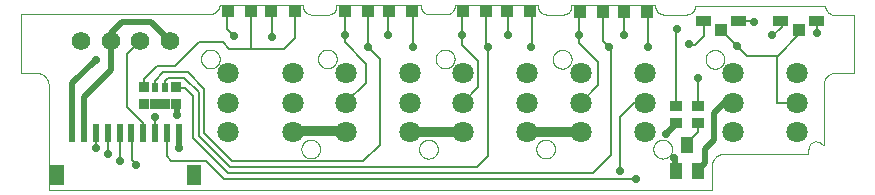
<source format=gtl>
G75*
%MOIN*%
%OFA0B0*%
%FSLAX25Y25*%
%IPPOS*%
%LPD*%
%AMOC8*
5,1,8,0,0,1.08239X$1,22.5*
%
%ADD10C,0.00394*%
%ADD11C,0.00000*%
%ADD12R,0.04331X0.04331*%
%ADD13R,0.03937X0.03937*%
%ADD14R,0.03543X0.03543*%
%ADD15R,0.02361X0.02361*%
%ADD16R,0.02362X0.06102*%
%ADD17R,0.04724X0.07087*%
%ADD18C,0.06142*%
%ADD19C,0.07087*%
%ADD20C,0.02781*%
%ADD21C,0.00800*%
%ADD22C,0.02000*%
%ADD23C,0.03200*%
D10*
X0010387Y0007469D02*
X0010387Y0042237D01*
X0010385Y0042365D01*
X0010379Y0042494D01*
X0010370Y0042622D01*
X0010356Y0042749D01*
X0010339Y0042877D01*
X0010317Y0043003D01*
X0010292Y0043129D01*
X0010263Y0043254D01*
X0010231Y0043379D01*
X0010195Y0043502D01*
X0010154Y0043624D01*
X0010111Y0043744D01*
X0010063Y0043864D01*
X0010012Y0043982D01*
X0009958Y0044098D01*
X0009900Y0044213D01*
X0009839Y0044325D01*
X0009774Y0044436D01*
X0009706Y0044545D01*
X0009635Y0044652D01*
X0009560Y0044756D01*
X0009482Y0044859D01*
X0009402Y0044959D01*
X0009318Y0045056D01*
X0009231Y0045151D01*
X0009142Y0045243D01*
X0009050Y0045332D01*
X0008955Y0045419D01*
X0008858Y0045503D01*
X0008758Y0045583D01*
X0008655Y0045661D01*
X0008551Y0045736D01*
X0008444Y0045807D01*
X0008335Y0045875D01*
X0008224Y0045940D01*
X0008112Y0046001D01*
X0007997Y0046059D01*
X0007881Y0046113D01*
X0007763Y0046164D01*
X0007643Y0046212D01*
X0007523Y0046255D01*
X0007401Y0046296D01*
X0007278Y0046332D01*
X0007153Y0046364D01*
X0007028Y0046393D01*
X0006902Y0046418D01*
X0006776Y0046440D01*
X0006648Y0046457D01*
X0006521Y0046471D01*
X0006393Y0046480D01*
X0006264Y0046486D01*
X0006136Y0046488D01*
X0001301Y0046488D01*
X0001301Y0065978D01*
X0063196Y0065978D01*
X0067377Y0068978D02*
X0095163Y0068939D01*
X0095164Y0068940D02*
X0095158Y0068835D01*
X0095157Y0068730D01*
X0095159Y0068625D01*
X0095166Y0068521D01*
X0095176Y0068416D01*
X0095190Y0068312D01*
X0095207Y0068209D01*
X0095229Y0068106D01*
X0095254Y0068004D01*
X0095282Y0067903D01*
X0095315Y0067804D01*
X0095351Y0067705D01*
X0095391Y0067608D01*
X0095434Y0067512D01*
X0095481Y0067418D01*
X0095531Y0067326D01*
X0095584Y0067236D01*
X0095641Y0067148D01*
X0095701Y0067061D01*
X0095764Y0066978D01*
X0095830Y0066896D01*
X0095899Y0066817D01*
X0095970Y0066740D01*
X0096045Y0066667D01*
X0096122Y0066595D01*
X0096202Y0066527D01*
X0096284Y0066462D01*
X0096368Y0066400D01*
X0096455Y0066341D01*
X0096544Y0066285D01*
X0096635Y0066232D01*
X0096727Y0066183D01*
X0096822Y0066137D01*
X0096918Y0066095D01*
X0097015Y0066056D01*
X0097114Y0066021D01*
X0097214Y0065989D01*
X0097315Y0065961D01*
X0097417Y0065937D01*
X0097520Y0065916D01*
X0097624Y0065900D01*
X0097728Y0065887D01*
X0097832Y0065878D01*
X0097832Y0065877D02*
X0103855Y0065877D01*
X0103855Y0065878D02*
X0103955Y0065887D01*
X0104054Y0065901D01*
X0104153Y0065918D01*
X0104251Y0065940D01*
X0104348Y0065965D01*
X0104444Y0065994D01*
X0104539Y0066027D01*
X0104632Y0066063D01*
X0104724Y0066103D01*
X0104814Y0066147D01*
X0104903Y0066194D01*
X0104989Y0066245D01*
X0105074Y0066298D01*
X0105156Y0066356D01*
X0105236Y0066416D01*
X0105314Y0066480D01*
X0105389Y0066546D01*
X0105461Y0066616D01*
X0105531Y0066688D01*
X0105598Y0066763D01*
X0105662Y0066840D01*
X0105722Y0066920D01*
X0105780Y0067002D01*
X0105834Y0067087D01*
X0105885Y0067173D01*
X0105932Y0067261D01*
X0105976Y0067352D01*
X0106016Y0067443D01*
X0106053Y0067537D01*
X0106086Y0067631D01*
X0106115Y0067727D01*
X0106141Y0067824D01*
X0106162Y0067922D01*
X0106180Y0068021D01*
X0106194Y0068120D01*
X0106204Y0068220D01*
X0106210Y0068320D01*
X0106212Y0068420D01*
X0106210Y0068521D01*
X0106204Y0068621D01*
X0106204Y0068620D02*
X0106204Y0068908D01*
X0134475Y0068908D01*
X0134470Y0068804D01*
X0134468Y0068700D01*
X0134470Y0068597D01*
X0134477Y0068493D01*
X0134487Y0068390D01*
X0134501Y0068287D01*
X0134518Y0068184D01*
X0134540Y0068083D01*
X0134565Y0067982D01*
X0134594Y0067883D01*
X0134627Y0067784D01*
X0134664Y0067687D01*
X0134704Y0067591D01*
X0134748Y0067497D01*
X0134795Y0067404D01*
X0134845Y0067314D01*
X0134899Y0067225D01*
X0134956Y0067138D01*
X0135017Y0067054D01*
X0135080Y0066972D01*
X0135147Y0066892D01*
X0135216Y0066815D01*
X0135289Y0066741D01*
X0135364Y0066669D01*
X0135441Y0066600D01*
X0135522Y0066534D01*
X0135604Y0066471D01*
X0135689Y0066411D01*
X0135776Y0066355D01*
X0135865Y0066302D01*
X0135956Y0066252D01*
X0136049Y0066205D01*
X0136144Y0066162D01*
X0136240Y0066123D01*
X0136337Y0066087D01*
X0136436Y0066055D01*
X0136536Y0066027D01*
X0136637Y0066002D01*
X0136738Y0065981D01*
X0136841Y0065964D01*
X0136944Y0065951D01*
X0137047Y0065942D01*
X0137047Y0065941D02*
X0142911Y0065941D01*
X0143018Y0065946D01*
X0143125Y0065955D01*
X0143232Y0065968D01*
X0143339Y0065985D01*
X0143444Y0066006D01*
X0143549Y0066030D01*
X0143653Y0066058D01*
X0143756Y0066090D01*
X0143857Y0066126D01*
X0143957Y0066166D01*
X0144056Y0066209D01*
X0144153Y0066256D01*
X0144248Y0066306D01*
X0144341Y0066360D01*
X0144433Y0066417D01*
X0144522Y0066477D01*
X0144609Y0066540D01*
X0144693Y0066607D01*
X0144775Y0066677D01*
X0144855Y0066749D01*
X0144931Y0066825D01*
X0145005Y0066903D01*
X0145076Y0066984D01*
X0145144Y0067068D01*
X0145209Y0067154D01*
X0145271Y0067242D01*
X0145329Y0067332D01*
X0145385Y0067425D01*
X0145436Y0067519D01*
X0145484Y0067615D01*
X0145529Y0067713D01*
X0145570Y0067813D01*
X0145608Y0067914D01*
X0145641Y0068016D01*
X0145671Y0068119D01*
X0145697Y0068224D01*
X0145720Y0068329D01*
X0145738Y0068435D01*
X0145753Y0068542D01*
X0145763Y0068649D01*
X0145770Y0068756D01*
X0145773Y0068864D01*
X0145772Y0068972D01*
X0145772Y0068971D02*
X0145772Y0069003D01*
X0152987Y0069003D01*
X0173476Y0069006D01*
X0173470Y0068899D01*
X0173469Y0068792D01*
X0173472Y0068685D01*
X0173478Y0068578D01*
X0173489Y0068471D01*
X0173503Y0068365D01*
X0173521Y0068260D01*
X0173543Y0068155D01*
X0173569Y0068051D01*
X0173598Y0067948D01*
X0173632Y0067846D01*
X0173669Y0067746D01*
X0173709Y0067646D01*
X0173754Y0067549D01*
X0173801Y0067453D01*
X0173853Y0067359D01*
X0173907Y0067267D01*
X0173965Y0067177D01*
X0174026Y0067089D01*
X0174091Y0067003D01*
X0174158Y0066920D01*
X0174229Y0066840D01*
X0174302Y0066762D01*
X0174378Y0066686D01*
X0174457Y0066614D01*
X0174539Y0066544D01*
X0174623Y0066478D01*
X0174709Y0066414D01*
X0174798Y0066354D01*
X0174888Y0066297D01*
X0174981Y0066244D01*
X0175076Y0066194D01*
X0175172Y0066147D01*
X0175270Y0066104D01*
X0175370Y0066064D01*
X0175471Y0066029D01*
X0175573Y0065996D01*
X0175676Y0065968D01*
X0175780Y0065943D01*
X0175885Y0065923D01*
X0175991Y0065906D01*
X0176097Y0065893D01*
X0176204Y0065884D01*
X0182026Y0065884D01*
X0182131Y0065893D01*
X0182236Y0065906D01*
X0182340Y0065924D01*
X0182443Y0065945D01*
X0182546Y0065970D01*
X0182647Y0065998D01*
X0182747Y0066031D01*
X0182847Y0066067D01*
X0182944Y0066107D01*
X0183040Y0066150D01*
X0183135Y0066197D01*
X0183227Y0066248D01*
X0183318Y0066302D01*
X0183407Y0066359D01*
X0183493Y0066420D01*
X0183577Y0066484D01*
X0183658Y0066551D01*
X0183737Y0066621D01*
X0183814Y0066693D01*
X0183887Y0066769D01*
X0183958Y0066847D01*
X0184026Y0066928D01*
X0184090Y0067012D01*
X0184152Y0067097D01*
X0184210Y0067185D01*
X0184265Y0067275D01*
X0184317Y0067367D01*
X0184365Y0067461D01*
X0184409Y0067557D01*
X0184450Y0067654D01*
X0184487Y0067753D01*
X0184521Y0067853D01*
X0184550Y0067954D01*
X0184576Y0068057D01*
X0184598Y0068160D01*
X0184616Y0068264D01*
X0184631Y0068368D01*
X0184641Y0068473D01*
X0184647Y0068579D01*
X0184650Y0068684D01*
X0184649Y0068789D01*
X0184643Y0068895D01*
X0184644Y0068895D02*
X0184644Y0068908D01*
X0212592Y0068908D01*
X0212587Y0068804D01*
X0212585Y0068701D01*
X0212587Y0068597D01*
X0212593Y0068493D01*
X0212603Y0068390D01*
X0212617Y0068287D01*
X0212634Y0068185D01*
X0212655Y0068083D01*
X0212680Y0067983D01*
X0212708Y0067883D01*
X0212741Y0067784D01*
X0212776Y0067687D01*
X0212815Y0067591D01*
X0212858Y0067496D01*
X0212904Y0067403D01*
X0212954Y0067312D01*
X0213006Y0067223D01*
X0213062Y0067135D01*
X0213121Y0067050D01*
X0213184Y0066967D01*
X0213249Y0066886D01*
X0213317Y0066808D01*
X0213388Y0066732D01*
X0213461Y0066659D01*
X0213538Y0066589D01*
X0213616Y0066521D01*
X0213698Y0066457D01*
X0213781Y0066395D01*
X0213867Y0066337D01*
X0213954Y0066281D01*
X0214044Y0066229D01*
X0214136Y0066180D01*
X0214229Y0066135D01*
X0214324Y0066093D01*
X0214420Y0066055D01*
X0214518Y0066020D01*
X0214617Y0065988D01*
X0214717Y0065961D01*
X0214818Y0065937D01*
X0214919Y0065916D01*
X0215022Y0065900D01*
X0215125Y0065887D01*
X0215228Y0065878D01*
X0215228Y0065877D02*
X0222977Y0065877D01*
X0223082Y0065879D01*
X0223188Y0065885D01*
X0223293Y0065894D01*
X0223397Y0065908D01*
X0223502Y0065925D01*
X0223605Y0065946D01*
X0223707Y0065971D01*
X0223809Y0065999D01*
X0223909Y0066032D01*
X0224009Y0066068D01*
X0224107Y0066107D01*
X0224203Y0066150D01*
X0224298Y0066197D01*
X0224390Y0066247D01*
X0224481Y0066300D01*
X0224571Y0066356D01*
X0224657Y0066416D01*
X0224742Y0066479D01*
X0224824Y0066545D01*
X0224904Y0066614D01*
X0224981Y0066686D01*
X0225056Y0066761D01*
X0225128Y0066838D01*
X0225197Y0066918D01*
X0225263Y0067000D01*
X0225326Y0067085D01*
X0225386Y0067171D01*
X0225442Y0067261D01*
X0225495Y0067352D01*
X0225545Y0067444D01*
X0225592Y0067539D01*
X0225635Y0067635D01*
X0225674Y0067733D01*
X0225710Y0067833D01*
X0225743Y0067933D01*
X0225771Y0068035D01*
X0225796Y0068137D01*
X0225817Y0068240D01*
X0225834Y0068345D01*
X0225848Y0068449D01*
X0225857Y0068554D01*
X0225863Y0068660D01*
X0225865Y0068765D01*
X0225865Y0068879D01*
X0269207Y0068879D01*
X0269208Y0068879D02*
X0269216Y0068764D01*
X0269228Y0068649D01*
X0269245Y0068534D01*
X0269265Y0068420D01*
X0269289Y0068307D01*
X0269316Y0068194D01*
X0269347Y0068083D01*
X0269382Y0067972D01*
X0269421Y0067863D01*
X0269464Y0067756D01*
X0269509Y0067649D01*
X0269559Y0067545D01*
X0269612Y0067442D01*
X0269668Y0067341D01*
X0269728Y0067241D01*
X0269791Y0067144D01*
X0269857Y0067049D01*
X0269926Y0066956D01*
X0269998Y0066866D01*
X0270074Y0066778D01*
X0270152Y0066693D01*
X0270233Y0066610D01*
X0270317Y0066530D01*
X0270403Y0066453D01*
X0270492Y0066379D01*
X0270583Y0066308D01*
X0270677Y0066240D01*
X0270773Y0066175D01*
X0270871Y0066113D01*
X0270971Y0066055D01*
X0271073Y0066000D01*
X0271177Y0065949D01*
X0271282Y0065901D01*
X0271389Y0065856D01*
X0271497Y0065815D01*
X0271607Y0065778D01*
X0271717Y0065744D01*
X0271829Y0065715D01*
X0271942Y0065688D01*
X0272056Y0065666D01*
X0272170Y0065648D01*
X0272285Y0065633D01*
X0272400Y0065622D01*
X0272516Y0065615D01*
X0272631Y0065612D01*
X0272747Y0065613D01*
X0272863Y0065618D01*
X0272862Y0065617D02*
X0278684Y0065617D01*
X0278684Y0046459D01*
X0272637Y0046459D01*
X0272516Y0046457D01*
X0272395Y0046451D01*
X0272274Y0046442D01*
X0272153Y0046429D01*
X0272033Y0046411D01*
X0271914Y0046391D01*
X0271795Y0046366D01*
X0271677Y0046338D01*
X0271560Y0046306D01*
X0271445Y0046270D01*
X0271330Y0046231D01*
X0271216Y0046188D01*
X0271104Y0046142D01*
X0270994Y0046092D01*
X0270885Y0046038D01*
X0270778Y0045982D01*
X0270673Y0045922D01*
X0270569Y0045858D01*
X0270468Y0045792D01*
X0270369Y0045722D01*
X0270272Y0045649D01*
X0270177Y0045573D01*
X0270085Y0045495D01*
X0269995Y0045413D01*
X0269908Y0045329D01*
X0269824Y0045242D01*
X0269742Y0045152D01*
X0269664Y0045060D01*
X0269588Y0044965D01*
X0269515Y0044868D01*
X0269445Y0044769D01*
X0269379Y0044668D01*
X0269315Y0044564D01*
X0269255Y0044459D01*
X0269199Y0044352D01*
X0269145Y0044243D01*
X0269095Y0044133D01*
X0269049Y0044021D01*
X0269006Y0043907D01*
X0268967Y0043792D01*
X0268931Y0043677D01*
X0268899Y0043560D01*
X0268871Y0043442D01*
X0268846Y0043323D01*
X0268826Y0043204D01*
X0268808Y0043084D01*
X0268795Y0042963D01*
X0268786Y0042842D01*
X0268780Y0042721D01*
X0268778Y0042600D01*
X0268778Y0022569D01*
X0268777Y0022569D02*
X0268775Y0022538D01*
X0268770Y0022508D01*
X0268762Y0022478D01*
X0268750Y0022450D01*
X0268735Y0022423D01*
X0268717Y0022398D01*
X0268696Y0022375D01*
X0268673Y0022354D01*
X0268648Y0022336D01*
X0268621Y0022321D01*
X0268593Y0022309D01*
X0268563Y0022301D01*
X0268533Y0022296D01*
X0268502Y0022294D01*
X0268502Y0022293D02*
X0268124Y0022671D01*
X0267597Y0023092D01*
X0267339Y0023259D01*
X0267191Y0023332D01*
X0266914Y0023462D01*
X0266582Y0023517D01*
X0266287Y0023591D01*
X0265955Y0023572D01*
X0265531Y0023498D01*
X0265180Y0023332D01*
X0264811Y0023111D01*
X0264516Y0022890D01*
X0264276Y0022687D01*
X0264055Y0022410D01*
X0263926Y0022151D01*
X0263797Y0021930D01*
X0263723Y0021653D01*
X0263668Y0021376D01*
X0263594Y0020823D01*
X0263612Y0020491D01*
X0263575Y0019993D01*
X0263575Y0019461D01*
X0235535Y0019461D01*
X0235535Y0019462D02*
X0235409Y0019460D01*
X0235283Y0019454D01*
X0235157Y0019445D01*
X0235032Y0019431D01*
X0234907Y0019414D01*
X0234783Y0019392D01*
X0234659Y0019367D01*
X0234537Y0019338D01*
X0234415Y0019306D01*
X0234294Y0019269D01*
X0234175Y0019229D01*
X0234056Y0019186D01*
X0233940Y0019138D01*
X0233824Y0019087D01*
X0233711Y0019033D01*
X0233599Y0018975D01*
X0233489Y0018914D01*
X0233380Y0018849D01*
X0233274Y0018781D01*
X0233170Y0018710D01*
X0233068Y0018635D01*
X0232969Y0018558D01*
X0232872Y0018477D01*
X0232778Y0018394D01*
X0232686Y0018307D01*
X0232597Y0018218D01*
X0232510Y0018126D01*
X0232427Y0018032D01*
X0232346Y0017935D01*
X0232269Y0017836D01*
X0232194Y0017734D01*
X0232123Y0017630D01*
X0232055Y0017524D01*
X0231990Y0017416D01*
X0231929Y0017305D01*
X0231871Y0017193D01*
X0231817Y0017080D01*
X0231766Y0016964D01*
X0231718Y0016848D01*
X0231675Y0016729D01*
X0231635Y0016610D01*
X0231598Y0016489D01*
X0231566Y0016367D01*
X0231537Y0016245D01*
X0231512Y0016121D01*
X0231490Y0015997D01*
X0231473Y0015872D01*
X0231459Y0015747D01*
X0231450Y0015621D01*
X0231444Y0015495D01*
X0231442Y0015369D01*
X0231443Y0015369D02*
X0231443Y0007469D01*
X0010387Y0007469D01*
X0063195Y0065977D02*
X0063313Y0065960D01*
X0063432Y0065946D01*
X0063550Y0065937D01*
X0063669Y0065931D01*
X0063788Y0065929D01*
X0063907Y0065931D01*
X0064026Y0065937D01*
X0064145Y0065947D01*
X0064263Y0065960D01*
X0064381Y0065978D01*
X0064498Y0065999D01*
X0064614Y0066025D01*
X0064730Y0066054D01*
X0064844Y0066086D01*
X0064958Y0066123D01*
X0065070Y0066163D01*
X0065181Y0066207D01*
X0065290Y0066254D01*
X0065397Y0066305D01*
X0065503Y0066360D01*
X0065607Y0066418D01*
X0065710Y0066479D01*
X0065810Y0066544D01*
X0065907Y0066611D01*
X0066003Y0066682D01*
X0066096Y0066756D01*
X0066187Y0066834D01*
X0066275Y0066914D01*
X0066361Y0066996D01*
X0066443Y0067082D01*
X0066523Y0067170D01*
X0066600Y0067261D01*
X0066674Y0067354D01*
X0066745Y0067450D01*
X0066813Y0067548D01*
X0066877Y0067648D01*
X0066939Y0067750D01*
X0066996Y0067855D01*
X0067051Y0067961D01*
X0067102Y0068068D01*
X0067149Y0068177D01*
X0067193Y0068288D01*
X0067233Y0068400D01*
X0067269Y0068514D01*
X0067302Y0068628D01*
X0067330Y0068744D01*
X0067356Y0068860D01*
X0067377Y0068977D01*
D11*
X0061160Y0051047D02*
X0061162Y0051159D01*
X0061168Y0051270D01*
X0061178Y0051382D01*
X0061192Y0051492D01*
X0061210Y0051603D01*
X0061232Y0051712D01*
X0061257Y0051821D01*
X0061287Y0051929D01*
X0061320Y0052035D01*
X0061357Y0052141D01*
X0061398Y0052245D01*
X0061443Y0052347D01*
X0061491Y0052448D01*
X0061543Y0052547D01*
X0061598Y0052644D01*
X0061657Y0052739D01*
X0061719Y0052832D01*
X0061784Y0052923D01*
X0061853Y0053011D01*
X0061925Y0053097D01*
X0061999Y0053180D01*
X0062077Y0053260D01*
X0062157Y0053338D01*
X0062240Y0053412D01*
X0062326Y0053484D01*
X0062414Y0053553D01*
X0062505Y0053618D01*
X0062598Y0053680D01*
X0062693Y0053739D01*
X0062790Y0053794D01*
X0062889Y0053846D01*
X0062990Y0053894D01*
X0063092Y0053939D01*
X0063196Y0053980D01*
X0063302Y0054017D01*
X0063408Y0054050D01*
X0063516Y0054080D01*
X0063625Y0054105D01*
X0063734Y0054127D01*
X0063845Y0054145D01*
X0063955Y0054159D01*
X0064067Y0054169D01*
X0064178Y0054175D01*
X0064290Y0054177D01*
X0064402Y0054175D01*
X0064513Y0054169D01*
X0064625Y0054159D01*
X0064735Y0054145D01*
X0064846Y0054127D01*
X0064955Y0054105D01*
X0065064Y0054080D01*
X0065172Y0054050D01*
X0065278Y0054017D01*
X0065384Y0053980D01*
X0065488Y0053939D01*
X0065590Y0053894D01*
X0065691Y0053846D01*
X0065790Y0053794D01*
X0065887Y0053739D01*
X0065982Y0053680D01*
X0066075Y0053618D01*
X0066166Y0053553D01*
X0066254Y0053484D01*
X0066340Y0053412D01*
X0066423Y0053338D01*
X0066503Y0053260D01*
X0066581Y0053180D01*
X0066655Y0053097D01*
X0066727Y0053011D01*
X0066796Y0052923D01*
X0066861Y0052832D01*
X0066923Y0052739D01*
X0066982Y0052644D01*
X0067037Y0052547D01*
X0067089Y0052448D01*
X0067137Y0052347D01*
X0067182Y0052245D01*
X0067223Y0052141D01*
X0067260Y0052035D01*
X0067293Y0051929D01*
X0067323Y0051821D01*
X0067348Y0051712D01*
X0067370Y0051603D01*
X0067388Y0051492D01*
X0067402Y0051382D01*
X0067412Y0051270D01*
X0067418Y0051159D01*
X0067420Y0051047D01*
X0067418Y0050935D01*
X0067412Y0050824D01*
X0067402Y0050712D01*
X0067388Y0050602D01*
X0067370Y0050491D01*
X0067348Y0050382D01*
X0067323Y0050273D01*
X0067293Y0050165D01*
X0067260Y0050059D01*
X0067223Y0049953D01*
X0067182Y0049849D01*
X0067137Y0049747D01*
X0067089Y0049646D01*
X0067037Y0049547D01*
X0066982Y0049450D01*
X0066923Y0049355D01*
X0066861Y0049262D01*
X0066796Y0049171D01*
X0066727Y0049083D01*
X0066655Y0048997D01*
X0066581Y0048914D01*
X0066503Y0048834D01*
X0066423Y0048756D01*
X0066340Y0048682D01*
X0066254Y0048610D01*
X0066166Y0048541D01*
X0066075Y0048476D01*
X0065982Y0048414D01*
X0065887Y0048355D01*
X0065790Y0048300D01*
X0065691Y0048248D01*
X0065590Y0048200D01*
X0065488Y0048155D01*
X0065384Y0048114D01*
X0065278Y0048077D01*
X0065172Y0048044D01*
X0065064Y0048014D01*
X0064955Y0047989D01*
X0064846Y0047967D01*
X0064735Y0047949D01*
X0064625Y0047935D01*
X0064513Y0047925D01*
X0064402Y0047919D01*
X0064290Y0047917D01*
X0064178Y0047919D01*
X0064067Y0047925D01*
X0063955Y0047935D01*
X0063845Y0047949D01*
X0063734Y0047967D01*
X0063625Y0047989D01*
X0063516Y0048014D01*
X0063408Y0048044D01*
X0063302Y0048077D01*
X0063196Y0048114D01*
X0063092Y0048155D01*
X0062990Y0048200D01*
X0062889Y0048248D01*
X0062790Y0048300D01*
X0062693Y0048355D01*
X0062598Y0048414D01*
X0062505Y0048476D01*
X0062414Y0048541D01*
X0062326Y0048610D01*
X0062240Y0048682D01*
X0062157Y0048756D01*
X0062077Y0048834D01*
X0061999Y0048914D01*
X0061925Y0048997D01*
X0061853Y0049083D01*
X0061784Y0049171D01*
X0061719Y0049262D01*
X0061657Y0049355D01*
X0061598Y0049450D01*
X0061543Y0049547D01*
X0061491Y0049646D01*
X0061443Y0049747D01*
X0061398Y0049849D01*
X0061357Y0049953D01*
X0061320Y0050059D01*
X0061287Y0050165D01*
X0061257Y0050273D01*
X0061232Y0050382D01*
X0061210Y0050491D01*
X0061192Y0050602D01*
X0061178Y0050712D01*
X0061168Y0050824D01*
X0061162Y0050935D01*
X0061160Y0051047D01*
X0100154Y0051073D02*
X0100156Y0051185D01*
X0100162Y0051296D01*
X0100172Y0051408D01*
X0100186Y0051518D01*
X0100204Y0051629D01*
X0100226Y0051738D01*
X0100251Y0051847D01*
X0100281Y0051955D01*
X0100314Y0052061D01*
X0100351Y0052167D01*
X0100392Y0052271D01*
X0100437Y0052373D01*
X0100485Y0052474D01*
X0100537Y0052573D01*
X0100592Y0052670D01*
X0100651Y0052765D01*
X0100713Y0052858D01*
X0100778Y0052949D01*
X0100847Y0053037D01*
X0100919Y0053123D01*
X0100993Y0053206D01*
X0101071Y0053286D01*
X0101151Y0053364D01*
X0101234Y0053438D01*
X0101320Y0053510D01*
X0101408Y0053579D01*
X0101499Y0053644D01*
X0101592Y0053706D01*
X0101687Y0053765D01*
X0101784Y0053820D01*
X0101883Y0053872D01*
X0101984Y0053920D01*
X0102086Y0053965D01*
X0102190Y0054006D01*
X0102296Y0054043D01*
X0102402Y0054076D01*
X0102510Y0054106D01*
X0102619Y0054131D01*
X0102728Y0054153D01*
X0102839Y0054171D01*
X0102949Y0054185D01*
X0103061Y0054195D01*
X0103172Y0054201D01*
X0103284Y0054203D01*
X0103396Y0054201D01*
X0103507Y0054195D01*
X0103619Y0054185D01*
X0103729Y0054171D01*
X0103840Y0054153D01*
X0103949Y0054131D01*
X0104058Y0054106D01*
X0104166Y0054076D01*
X0104272Y0054043D01*
X0104378Y0054006D01*
X0104482Y0053965D01*
X0104584Y0053920D01*
X0104685Y0053872D01*
X0104784Y0053820D01*
X0104881Y0053765D01*
X0104976Y0053706D01*
X0105069Y0053644D01*
X0105160Y0053579D01*
X0105248Y0053510D01*
X0105334Y0053438D01*
X0105417Y0053364D01*
X0105497Y0053286D01*
X0105575Y0053206D01*
X0105649Y0053123D01*
X0105721Y0053037D01*
X0105790Y0052949D01*
X0105855Y0052858D01*
X0105917Y0052765D01*
X0105976Y0052670D01*
X0106031Y0052573D01*
X0106083Y0052474D01*
X0106131Y0052373D01*
X0106176Y0052271D01*
X0106217Y0052167D01*
X0106254Y0052061D01*
X0106287Y0051955D01*
X0106317Y0051847D01*
X0106342Y0051738D01*
X0106364Y0051629D01*
X0106382Y0051518D01*
X0106396Y0051408D01*
X0106406Y0051296D01*
X0106412Y0051185D01*
X0106414Y0051073D01*
X0106412Y0050961D01*
X0106406Y0050850D01*
X0106396Y0050738D01*
X0106382Y0050628D01*
X0106364Y0050517D01*
X0106342Y0050408D01*
X0106317Y0050299D01*
X0106287Y0050191D01*
X0106254Y0050085D01*
X0106217Y0049979D01*
X0106176Y0049875D01*
X0106131Y0049773D01*
X0106083Y0049672D01*
X0106031Y0049573D01*
X0105976Y0049476D01*
X0105917Y0049381D01*
X0105855Y0049288D01*
X0105790Y0049197D01*
X0105721Y0049109D01*
X0105649Y0049023D01*
X0105575Y0048940D01*
X0105497Y0048860D01*
X0105417Y0048782D01*
X0105334Y0048708D01*
X0105248Y0048636D01*
X0105160Y0048567D01*
X0105069Y0048502D01*
X0104976Y0048440D01*
X0104881Y0048381D01*
X0104784Y0048326D01*
X0104685Y0048274D01*
X0104584Y0048226D01*
X0104482Y0048181D01*
X0104378Y0048140D01*
X0104272Y0048103D01*
X0104166Y0048070D01*
X0104058Y0048040D01*
X0103949Y0048015D01*
X0103840Y0047993D01*
X0103729Y0047975D01*
X0103619Y0047961D01*
X0103507Y0047951D01*
X0103396Y0047945D01*
X0103284Y0047943D01*
X0103172Y0047945D01*
X0103061Y0047951D01*
X0102949Y0047961D01*
X0102839Y0047975D01*
X0102728Y0047993D01*
X0102619Y0048015D01*
X0102510Y0048040D01*
X0102402Y0048070D01*
X0102296Y0048103D01*
X0102190Y0048140D01*
X0102086Y0048181D01*
X0101984Y0048226D01*
X0101883Y0048274D01*
X0101784Y0048326D01*
X0101687Y0048381D01*
X0101592Y0048440D01*
X0101499Y0048502D01*
X0101408Y0048567D01*
X0101320Y0048636D01*
X0101234Y0048708D01*
X0101151Y0048782D01*
X0101071Y0048860D01*
X0100993Y0048940D01*
X0100919Y0049023D01*
X0100847Y0049109D01*
X0100778Y0049197D01*
X0100713Y0049288D01*
X0100651Y0049381D01*
X0100592Y0049476D01*
X0100537Y0049573D01*
X0100485Y0049672D01*
X0100437Y0049773D01*
X0100392Y0049875D01*
X0100351Y0049979D01*
X0100314Y0050085D01*
X0100281Y0050191D01*
X0100251Y0050299D01*
X0100226Y0050408D01*
X0100204Y0050517D01*
X0100186Y0050628D01*
X0100172Y0050738D01*
X0100162Y0050850D01*
X0100156Y0050961D01*
X0100154Y0051073D01*
X0139408Y0051056D02*
X0139410Y0051168D01*
X0139416Y0051279D01*
X0139426Y0051391D01*
X0139440Y0051501D01*
X0139458Y0051612D01*
X0139480Y0051721D01*
X0139505Y0051830D01*
X0139535Y0051938D01*
X0139568Y0052044D01*
X0139605Y0052150D01*
X0139646Y0052254D01*
X0139691Y0052356D01*
X0139739Y0052457D01*
X0139791Y0052556D01*
X0139846Y0052653D01*
X0139905Y0052748D01*
X0139967Y0052841D01*
X0140032Y0052932D01*
X0140101Y0053020D01*
X0140173Y0053106D01*
X0140247Y0053189D01*
X0140325Y0053269D01*
X0140405Y0053347D01*
X0140488Y0053421D01*
X0140574Y0053493D01*
X0140662Y0053562D01*
X0140753Y0053627D01*
X0140846Y0053689D01*
X0140941Y0053748D01*
X0141038Y0053803D01*
X0141137Y0053855D01*
X0141238Y0053903D01*
X0141340Y0053948D01*
X0141444Y0053989D01*
X0141550Y0054026D01*
X0141656Y0054059D01*
X0141764Y0054089D01*
X0141873Y0054114D01*
X0141982Y0054136D01*
X0142093Y0054154D01*
X0142203Y0054168D01*
X0142315Y0054178D01*
X0142426Y0054184D01*
X0142538Y0054186D01*
X0142650Y0054184D01*
X0142761Y0054178D01*
X0142873Y0054168D01*
X0142983Y0054154D01*
X0143094Y0054136D01*
X0143203Y0054114D01*
X0143312Y0054089D01*
X0143420Y0054059D01*
X0143526Y0054026D01*
X0143632Y0053989D01*
X0143736Y0053948D01*
X0143838Y0053903D01*
X0143939Y0053855D01*
X0144038Y0053803D01*
X0144135Y0053748D01*
X0144230Y0053689D01*
X0144323Y0053627D01*
X0144414Y0053562D01*
X0144502Y0053493D01*
X0144588Y0053421D01*
X0144671Y0053347D01*
X0144751Y0053269D01*
X0144829Y0053189D01*
X0144903Y0053106D01*
X0144975Y0053020D01*
X0145044Y0052932D01*
X0145109Y0052841D01*
X0145171Y0052748D01*
X0145230Y0052653D01*
X0145285Y0052556D01*
X0145337Y0052457D01*
X0145385Y0052356D01*
X0145430Y0052254D01*
X0145471Y0052150D01*
X0145508Y0052044D01*
X0145541Y0051938D01*
X0145571Y0051830D01*
X0145596Y0051721D01*
X0145618Y0051612D01*
X0145636Y0051501D01*
X0145650Y0051391D01*
X0145660Y0051279D01*
X0145666Y0051168D01*
X0145668Y0051056D01*
X0145666Y0050944D01*
X0145660Y0050833D01*
X0145650Y0050721D01*
X0145636Y0050611D01*
X0145618Y0050500D01*
X0145596Y0050391D01*
X0145571Y0050282D01*
X0145541Y0050174D01*
X0145508Y0050068D01*
X0145471Y0049962D01*
X0145430Y0049858D01*
X0145385Y0049756D01*
X0145337Y0049655D01*
X0145285Y0049556D01*
X0145230Y0049459D01*
X0145171Y0049364D01*
X0145109Y0049271D01*
X0145044Y0049180D01*
X0144975Y0049092D01*
X0144903Y0049006D01*
X0144829Y0048923D01*
X0144751Y0048843D01*
X0144671Y0048765D01*
X0144588Y0048691D01*
X0144502Y0048619D01*
X0144414Y0048550D01*
X0144323Y0048485D01*
X0144230Y0048423D01*
X0144135Y0048364D01*
X0144038Y0048309D01*
X0143939Y0048257D01*
X0143838Y0048209D01*
X0143736Y0048164D01*
X0143632Y0048123D01*
X0143526Y0048086D01*
X0143420Y0048053D01*
X0143312Y0048023D01*
X0143203Y0047998D01*
X0143094Y0047976D01*
X0142983Y0047958D01*
X0142873Y0047944D01*
X0142761Y0047934D01*
X0142650Y0047928D01*
X0142538Y0047926D01*
X0142426Y0047928D01*
X0142315Y0047934D01*
X0142203Y0047944D01*
X0142093Y0047958D01*
X0141982Y0047976D01*
X0141873Y0047998D01*
X0141764Y0048023D01*
X0141656Y0048053D01*
X0141550Y0048086D01*
X0141444Y0048123D01*
X0141340Y0048164D01*
X0141238Y0048209D01*
X0141137Y0048257D01*
X0141038Y0048309D01*
X0140941Y0048364D01*
X0140846Y0048423D01*
X0140753Y0048485D01*
X0140662Y0048550D01*
X0140574Y0048619D01*
X0140488Y0048691D01*
X0140405Y0048765D01*
X0140325Y0048843D01*
X0140247Y0048923D01*
X0140173Y0049006D01*
X0140101Y0049092D01*
X0140032Y0049180D01*
X0139967Y0049271D01*
X0139905Y0049364D01*
X0139846Y0049459D01*
X0139791Y0049556D01*
X0139739Y0049655D01*
X0139691Y0049756D01*
X0139646Y0049858D01*
X0139605Y0049962D01*
X0139568Y0050068D01*
X0139535Y0050174D01*
X0139505Y0050282D01*
X0139480Y0050391D01*
X0139458Y0050500D01*
X0139440Y0050611D01*
X0139426Y0050721D01*
X0139416Y0050833D01*
X0139410Y0050944D01*
X0139408Y0051056D01*
X0178417Y0050976D02*
X0178419Y0051088D01*
X0178425Y0051199D01*
X0178435Y0051311D01*
X0178449Y0051421D01*
X0178467Y0051532D01*
X0178489Y0051641D01*
X0178514Y0051750D01*
X0178544Y0051858D01*
X0178577Y0051964D01*
X0178614Y0052070D01*
X0178655Y0052174D01*
X0178700Y0052276D01*
X0178748Y0052377D01*
X0178800Y0052476D01*
X0178855Y0052573D01*
X0178914Y0052668D01*
X0178976Y0052761D01*
X0179041Y0052852D01*
X0179110Y0052940D01*
X0179182Y0053026D01*
X0179256Y0053109D01*
X0179334Y0053189D01*
X0179414Y0053267D01*
X0179497Y0053341D01*
X0179583Y0053413D01*
X0179671Y0053482D01*
X0179762Y0053547D01*
X0179855Y0053609D01*
X0179950Y0053668D01*
X0180047Y0053723D01*
X0180146Y0053775D01*
X0180247Y0053823D01*
X0180349Y0053868D01*
X0180453Y0053909D01*
X0180559Y0053946D01*
X0180665Y0053979D01*
X0180773Y0054009D01*
X0180882Y0054034D01*
X0180991Y0054056D01*
X0181102Y0054074D01*
X0181212Y0054088D01*
X0181324Y0054098D01*
X0181435Y0054104D01*
X0181547Y0054106D01*
X0181659Y0054104D01*
X0181770Y0054098D01*
X0181882Y0054088D01*
X0181992Y0054074D01*
X0182103Y0054056D01*
X0182212Y0054034D01*
X0182321Y0054009D01*
X0182429Y0053979D01*
X0182535Y0053946D01*
X0182641Y0053909D01*
X0182745Y0053868D01*
X0182847Y0053823D01*
X0182948Y0053775D01*
X0183047Y0053723D01*
X0183144Y0053668D01*
X0183239Y0053609D01*
X0183332Y0053547D01*
X0183423Y0053482D01*
X0183511Y0053413D01*
X0183597Y0053341D01*
X0183680Y0053267D01*
X0183760Y0053189D01*
X0183838Y0053109D01*
X0183912Y0053026D01*
X0183984Y0052940D01*
X0184053Y0052852D01*
X0184118Y0052761D01*
X0184180Y0052668D01*
X0184239Y0052573D01*
X0184294Y0052476D01*
X0184346Y0052377D01*
X0184394Y0052276D01*
X0184439Y0052174D01*
X0184480Y0052070D01*
X0184517Y0051964D01*
X0184550Y0051858D01*
X0184580Y0051750D01*
X0184605Y0051641D01*
X0184627Y0051532D01*
X0184645Y0051421D01*
X0184659Y0051311D01*
X0184669Y0051199D01*
X0184675Y0051088D01*
X0184677Y0050976D01*
X0184675Y0050864D01*
X0184669Y0050753D01*
X0184659Y0050641D01*
X0184645Y0050531D01*
X0184627Y0050420D01*
X0184605Y0050311D01*
X0184580Y0050202D01*
X0184550Y0050094D01*
X0184517Y0049988D01*
X0184480Y0049882D01*
X0184439Y0049778D01*
X0184394Y0049676D01*
X0184346Y0049575D01*
X0184294Y0049476D01*
X0184239Y0049379D01*
X0184180Y0049284D01*
X0184118Y0049191D01*
X0184053Y0049100D01*
X0183984Y0049012D01*
X0183912Y0048926D01*
X0183838Y0048843D01*
X0183760Y0048763D01*
X0183680Y0048685D01*
X0183597Y0048611D01*
X0183511Y0048539D01*
X0183423Y0048470D01*
X0183332Y0048405D01*
X0183239Y0048343D01*
X0183144Y0048284D01*
X0183047Y0048229D01*
X0182948Y0048177D01*
X0182847Y0048129D01*
X0182745Y0048084D01*
X0182641Y0048043D01*
X0182535Y0048006D01*
X0182429Y0047973D01*
X0182321Y0047943D01*
X0182212Y0047918D01*
X0182103Y0047896D01*
X0181992Y0047878D01*
X0181882Y0047864D01*
X0181770Y0047854D01*
X0181659Y0047848D01*
X0181547Y0047846D01*
X0181435Y0047848D01*
X0181324Y0047854D01*
X0181212Y0047864D01*
X0181102Y0047878D01*
X0180991Y0047896D01*
X0180882Y0047918D01*
X0180773Y0047943D01*
X0180665Y0047973D01*
X0180559Y0048006D01*
X0180453Y0048043D01*
X0180349Y0048084D01*
X0180247Y0048129D01*
X0180146Y0048177D01*
X0180047Y0048229D01*
X0179950Y0048284D01*
X0179855Y0048343D01*
X0179762Y0048405D01*
X0179671Y0048470D01*
X0179583Y0048539D01*
X0179497Y0048611D01*
X0179414Y0048685D01*
X0179334Y0048763D01*
X0179256Y0048843D01*
X0179182Y0048926D01*
X0179110Y0049012D01*
X0179041Y0049100D01*
X0178976Y0049191D01*
X0178914Y0049284D01*
X0178855Y0049379D01*
X0178800Y0049476D01*
X0178748Y0049575D01*
X0178700Y0049676D01*
X0178655Y0049778D01*
X0178614Y0049882D01*
X0178577Y0049988D01*
X0178544Y0050094D01*
X0178514Y0050202D01*
X0178489Y0050311D01*
X0178467Y0050420D01*
X0178449Y0050531D01*
X0178435Y0050641D01*
X0178425Y0050753D01*
X0178419Y0050864D01*
X0178417Y0050976D01*
X0229346Y0050944D02*
X0229348Y0051056D01*
X0229354Y0051167D01*
X0229364Y0051279D01*
X0229378Y0051389D01*
X0229396Y0051500D01*
X0229418Y0051609D01*
X0229443Y0051718D01*
X0229473Y0051826D01*
X0229506Y0051932D01*
X0229543Y0052038D01*
X0229584Y0052142D01*
X0229629Y0052244D01*
X0229677Y0052345D01*
X0229729Y0052444D01*
X0229784Y0052541D01*
X0229843Y0052636D01*
X0229905Y0052729D01*
X0229970Y0052820D01*
X0230039Y0052908D01*
X0230111Y0052994D01*
X0230185Y0053077D01*
X0230263Y0053157D01*
X0230343Y0053235D01*
X0230426Y0053309D01*
X0230512Y0053381D01*
X0230600Y0053450D01*
X0230691Y0053515D01*
X0230784Y0053577D01*
X0230879Y0053636D01*
X0230976Y0053691D01*
X0231075Y0053743D01*
X0231176Y0053791D01*
X0231278Y0053836D01*
X0231382Y0053877D01*
X0231488Y0053914D01*
X0231594Y0053947D01*
X0231702Y0053977D01*
X0231811Y0054002D01*
X0231920Y0054024D01*
X0232031Y0054042D01*
X0232141Y0054056D01*
X0232253Y0054066D01*
X0232364Y0054072D01*
X0232476Y0054074D01*
X0232588Y0054072D01*
X0232699Y0054066D01*
X0232811Y0054056D01*
X0232921Y0054042D01*
X0233032Y0054024D01*
X0233141Y0054002D01*
X0233250Y0053977D01*
X0233358Y0053947D01*
X0233464Y0053914D01*
X0233570Y0053877D01*
X0233674Y0053836D01*
X0233776Y0053791D01*
X0233877Y0053743D01*
X0233976Y0053691D01*
X0234073Y0053636D01*
X0234168Y0053577D01*
X0234261Y0053515D01*
X0234352Y0053450D01*
X0234440Y0053381D01*
X0234526Y0053309D01*
X0234609Y0053235D01*
X0234689Y0053157D01*
X0234767Y0053077D01*
X0234841Y0052994D01*
X0234913Y0052908D01*
X0234982Y0052820D01*
X0235047Y0052729D01*
X0235109Y0052636D01*
X0235168Y0052541D01*
X0235223Y0052444D01*
X0235275Y0052345D01*
X0235323Y0052244D01*
X0235368Y0052142D01*
X0235409Y0052038D01*
X0235446Y0051932D01*
X0235479Y0051826D01*
X0235509Y0051718D01*
X0235534Y0051609D01*
X0235556Y0051500D01*
X0235574Y0051389D01*
X0235588Y0051279D01*
X0235598Y0051167D01*
X0235604Y0051056D01*
X0235606Y0050944D01*
X0235604Y0050832D01*
X0235598Y0050721D01*
X0235588Y0050609D01*
X0235574Y0050499D01*
X0235556Y0050388D01*
X0235534Y0050279D01*
X0235509Y0050170D01*
X0235479Y0050062D01*
X0235446Y0049956D01*
X0235409Y0049850D01*
X0235368Y0049746D01*
X0235323Y0049644D01*
X0235275Y0049543D01*
X0235223Y0049444D01*
X0235168Y0049347D01*
X0235109Y0049252D01*
X0235047Y0049159D01*
X0234982Y0049068D01*
X0234913Y0048980D01*
X0234841Y0048894D01*
X0234767Y0048811D01*
X0234689Y0048731D01*
X0234609Y0048653D01*
X0234526Y0048579D01*
X0234440Y0048507D01*
X0234352Y0048438D01*
X0234261Y0048373D01*
X0234168Y0048311D01*
X0234073Y0048252D01*
X0233976Y0048197D01*
X0233877Y0048145D01*
X0233776Y0048097D01*
X0233674Y0048052D01*
X0233570Y0048011D01*
X0233464Y0047974D01*
X0233358Y0047941D01*
X0233250Y0047911D01*
X0233141Y0047886D01*
X0233032Y0047864D01*
X0232921Y0047846D01*
X0232811Y0047832D01*
X0232699Y0047822D01*
X0232588Y0047816D01*
X0232476Y0047814D01*
X0232364Y0047816D01*
X0232253Y0047822D01*
X0232141Y0047832D01*
X0232031Y0047846D01*
X0231920Y0047864D01*
X0231811Y0047886D01*
X0231702Y0047911D01*
X0231594Y0047941D01*
X0231488Y0047974D01*
X0231382Y0048011D01*
X0231278Y0048052D01*
X0231176Y0048097D01*
X0231075Y0048145D01*
X0230976Y0048197D01*
X0230879Y0048252D01*
X0230784Y0048311D01*
X0230691Y0048373D01*
X0230600Y0048438D01*
X0230512Y0048507D01*
X0230426Y0048579D01*
X0230343Y0048653D01*
X0230263Y0048731D01*
X0230185Y0048811D01*
X0230111Y0048894D01*
X0230039Y0048980D01*
X0229970Y0049068D01*
X0229905Y0049159D01*
X0229843Y0049252D01*
X0229784Y0049347D01*
X0229729Y0049444D01*
X0229677Y0049543D01*
X0229629Y0049644D01*
X0229584Y0049746D01*
X0229543Y0049850D01*
X0229506Y0049956D01*
X0229473Y0050062D01*
X0229443Y0050170D01*
X0229418Y0050279D01*
X0229396Y0050388D01*
X0229378Y0050499D01*
X0229364Y0050609D01*
X0229354Y0050721D01*
X0229348Y0050832D01*
X0229346Y0050944D01*
X0211936Y0021001D02*
X0211938Y0021113D01*
X0211944Y0021224D01*
X0211954Y0021336D01*
X0211968Y0021446D01*
X0211986Y0021557D01*
X0212008Y0021666D01*
X0212033Y0021775D01*
X0212063Y0021883D01*
X0212096Y0021989D01*
X0212133Y0022095D01*
X0212174Y0022199D01*
X0212219Y0022301D01*
X0212267Y0022402D01*
X0212319Y0022501D01*
X0212374Y0022598D01*
X0212433Y0022693D01*
X0212495Y0022786D01*
X0212560Y0022877D01*
X0212629Y0022965D01*
X0212701Y0023051D01*
X0212775Y0023134D01*
X0212853Y0023214D01*
X0212933Y0023292D01*
X0213016Y0023366D01*
X0213102Y0023438D01*
X0213190Y0023507D01*
X0213281Y0023572D01*
X0213374Y0023634D01*
X0213469Y0023693D01*
X0213566Y0023748D01*
X0213665Y0023800D01*
X0213766Y0023848D01*
X0213868Y0023893D01*
X0213972Y0023934D01*
X0214078Y0023971D01*
X0214184Y0024004D01*
X0214292Y0024034D01*
X0214401Y0024059D01*
X0214510Y0024081D01*
X0214621Y0024099D01*
X0214731Y0024113D01*
X0214843Y0024123D01*
X0214954Y0024129D01*
X0215066Y0024131D01*
X0215178Y0024129D01*
X0215289Y0024123D01*
X0215401Y0024113D01*
X0215511Y0024099D01*
X0215622Y0024081D01*
X0215731Y0024059D01*
X0215840Y0024034D01*
X0215948Y0024004D01*
X0216054Y0023971D01*
X0216160Y0023934D01*
X0216264Y0023893D01*
X0216366Y0023848D01*
X0216467Y0023800D01*
X0216566Y0023748D01*
X0216663Y0023693D01*
X0216758Y0023634D01*
X0216851Y0023572D01*
X0216942Y0023507D01*
X0217030Y0023438D01*
X0217116Y0023366D01*
X0217199Y0023292D01*
X0217279Y0023214D01*
X0217357Y0023134D01*
X0217431Y0023051D01*
X0217503Y0022965D01*
X0217572Y0022877D01*
X0217637Y0022786D01*
X0217699Y0022693D01*
X0217758Y0022598D01*
X0217813Y0022501D01*
X0217865Y0022402D01*
X0217913Y0022301D01*
X0217958Y0022199D01*
X0217999Y0022095D01*
X0218036Y0021989D01*
X0218069Y0021883D01*
X0218099Y0021775D01*
X0218124Y0021666D01*
X0218146Y0021557D01*
X0218164Y0021446D01*
X0218178Y0021336D01*
X0218188Y0021224D01*
X0218194Y0021113D01*
X0218196Y0021001D01*
X0218194Y0020889D01*
X0218188Y0020778D01*
X0218178Y0020666D01*
X0218164Y0020556D01*
X0218146Y0020445D01*
X0218124Y0020336D01*
X0218099Y0020227D01*
X0218069Y0020119D01*
X0218036Y0020013D01*
X0217999Y0019907D01*
X0217958Y0019803D01*
X0217913Y0019701D01*
X0217865Y0019600D01*
X0217813Y0019501D01*
X0217758Y0019404D01*
X0217699Y0019309D01*
X0217637Y0019216D01*
X0217572Y0019125D01*
X0217503Y0019037D01*
X0217431Y0018951D01*
X0217357Y0018868D01*
X0217279Y0018788D01*
X0217199Y0018710D01*
X0217116Y0018636D01*
X0217030Y0018564D01*
X0216942Y0018495D01*
X0216851Y0018430D01*
X0216758Y0018368D01*
X0216663Y0018309D01*
X0216566Y0018254D01*
X0216467Y0018202D01*
X0216366Y0018154D01*
X0216264Y0018109D01*
X0216160Y0018068D01*
X0216054Y0018031D01*
X0215948Y0017998D01*
X0215840Y0017968D01*
X0215731Y0017943D01*
X0215622Y0017921D01*
X0215511Y0017903D01*
X0215401Y0017889D01*
X0215289Y0017879D01*
X0215178Y0017873D01*
X0215066Y0017871D01*
X0214954Y0017873D01*
X0214843Y0017879D01*
X0214731Y0017889D01*
X0214621Y0017903D01*
X0214510Y0017921D01*
X0214401Y0017943D01*
X0214292Y0017968D01*
X0214184Y0017998D01*
X0214078Y0018031D01*
X0213972Y0018068D01*
X0213868Y0018109D01*
X0213766Y0018154D01*
X0213665Y0018202D01*
X0213566Y0018254D01*
X0213469Y0018309D01*
X0213374Y0018368D01*
X0213281Y0018430D01*
X0213190Y0018495D01*
X0213102Y0018564D01*
X0213016Y0018636D01*
X0212933Y0018710D01*
X0212853Y0018788D01*
X0212775Y0018868D01*
X0212701Y0018951D01*
X0212629Y0019037D01*
X0212560Y0019125D01*
X0212495Y0019216D01*
X0212433Y0019309D01*
X0212374Y0019404D01*
X0212319Y0019501D01*
X0212267Y0019600D01*
X0212219Y0019701D01*
X0212174Y0019803D01*
X0212133Y0019907D01*
X0212096Y0020013D01*
X0212063Y0020119D01*
X0212033Y0020227D01*
X0212008Y0020336D01*
X0211986Y0020445D01*
X0211968Y0020556D01*
X0211954Y0020666D01*
X0211944Y0020778D01*
X0211938Y0020889D01*
X0211936Y0021001D01*
X0172919Y0021028D02*
X0172921Y0021140D01*
X0172927Y0021251D01*
X0172937Y0021363D01*
X0172951Y0021473D01*
X0172969Y0021584D01*
X0172991Y0021693D01*
X0173016Y0021802D01*
X0173046Y0021910D01*
X0173079Y0022016D01*
X0173116Y0022122D01*
X0173157Y0022226D01*
X0173202Y0022328D01*
X0173250Y0022429D01*
X0173302Y0022528D01*
X0173357Y0022625D01*
X0173416Y0022720D01*
X0173478Y0022813D01*
X0173543Y0022904D01*
X0173612Y0022992D01*
X0173684Y0023078D01*
X0173758Y0023161D01*
X0173836Y0023241D01*
X0173916Y0023319D01*
X0173999Y0023393D01*
X0174085Y0023465D01*
X0174173Y0023534D01*
X0174264Y0023599D01*
X0174357Y0023661D01*
X0174452Y0023720D01*
X0174549Y0023775D01*
X0174648Y0023827D01*
X0174749Y0023875D01*
X0174851Y0023920D01*
X0174955Y0023961D01*
X0175061Y0023998D01*
X0175167Y0024031D01*
X0175275Y0024061D01*
X0175384Y0024086D01*
X0175493Y0024108D01*
X0175604Y0024126D01*
X0175714Y0024140D01*
X0175826Y0024150D01*
X0175937Y0024156D01*
X0176049Y0024158D01*
X0176161Y0024156D01*
X0176272Y0024150D01*
X0176384Y0024140D01*
X0176494Y0024126D01*
X0176605Y0024108D01*
X0176714Y0024086D01*
X0176823Y0024061D01*
X0176931Y0024031D01*
X0177037Y0023998D01*
X0177143Y0023961D01*
X0177247Y0023920D01*
X0177349Y0023875D01*
X0177450Y0023827D01*
X0177549Y0023775D01*
X0177646Y0023720D01*
X0177741Y0023661D01*
X0177834Y0023599D01*
X0177925Y0023534D01*
X0178013Y0023465D01*
X0178099Y0023393D01*
X0178182Y0023319D01*
X0178262Y0023241D01*
X0178340Y0023161D01*
X0178414Y0023078D01*
X0178486Y0022992D01*
X0178555Y0022904D01*
X0178620Y0022813D01*
X0178682Y0022720D01*
X0178741Y0022625D01*
X0178796Y0022528D01*
X0178848Y0022429D01*
X0178896Y0022328D01*
X0178941Y0022226D01*
X0178982Y0022122D01*
X0179019Y0022016D01*
X0179052Y0021910D01*
X0179082Y0021802D01*
X0179107Y0021693D01*
X0179129Y0021584D01*
X0179147Y0021473D01*
X0179161Y0021363D01*
X0179171Y0021251D01*
X0179177Y0021140D01*
X0179179Y0021028D01*
X0179177Y0020916D01*
X0179171Y0020805D01*
X0179161Y0020693D01*
X0179147Y0020583D01*
X0179129Y0020472D01*
X0179107Y0020363D01*
X0179082Y0020254D01*
X0179052Y0020146D01*
X0179019Y0020040D01*
X0178982Y0019934D01*
X0178941Y0019830D01*
X0178896Y0019728D01*
X0178848Y0019627D01*
X0178796Y0019528D01*
X0178741Y0019431D01*
X0178682Y0019336D01*
X0178620Y0019243D01*
X0178555Y0019152D01*
X0178486Y0019064D01*
X0178414Y0018978D01*
X0178340Y0018895D01*
X0178262Y0018815D01*
X0178182Y0018737D01*
X0178099Y0018663D01*
X0178013Y0018591D01*
X0177925Y0018522D01*
X0177834Y0018457D01*
X0177741Y0018395D01*
X0177646Y0018336D01*
X0177549Y0018281D01*
X0177450Y0018229D01*
X0177349Y0018181D01*
X0177247Y0018136D01*
X0177143Y0018095D01*
X0177037Y0018058D01*
X0176931Y0018025D01*
X0176823Y0017995D01*
X0176714Y0017970D01*
X0176605Y0017948D01*
X0176494Y0017930D01*
X0176384Y0017916D01*
X0176272Y0017906D01*
X0176161Y0017900D01*
X0176049Y0017898D01*
X0175937Y0017900D01*
X0175826Y0017906D01*
X0175714Y0017916D01*
X0175604Y0017930D01*
X0175493Y0017948D01*
X0175384Y0017970D01*
X0175275Y0017995D01*
X0175167Y0018025D01*
X0175061Y0018058D01*
X0174955Y0018095D01*
X0174851Y0018136D01*
X0174749Y0018181D01*
X0174648Y0018229D01*
X0174549Y0018281D01*
X0174452Y0018336D01*
X0174357Y0018395D01*
X0174264Y0018457D01*
X0174173Y0018522D01*
X0174085Y0018591D01*
X0173999Y0018663D01*
X0173916Y0018737D01*
X0173836Y0018815D01*
X0173758Y0018895D01*
X0173684Y0018978D01*
X0173612Y0019064D01*
X0173543Y0019152D01*
X0173478Y0019243D01*
X0173416Y0019336D01*
X0173357Y0019431D01*
X0173302Y0019528D01*
X0173250Y0019627D01*
X0173202Y0019728D01*
X0173157Y0019830D01*
X0173116Y0019934D01*
X0173079Y0020040D01*
X0173046Y0020146D01*
X0173016Y0020254D01*
X0172991Y0020363D01*
X0172969Y0020472D01*
X0172951Y0020583D01*
X0172937Y0020693D01*
X0172927Y0020805D01*
X0172921Y0020916D01*
X0172919Y0021028D01*
X0133831Y0020990D02*
X0133833Y0021102D01*
X0133839Y0021213D01*
X0133849Y0021325D01*
X0133863Y0021435D01*
X0133881Y0021546D01*
X0133903Y0021655D01*
X0133928Y0021764D01*
X0133958Y0021872D01*
X0133991Y0021978D01*
X0134028Y0022084D01*
X0134069Y0022188D01*
X0134114Y0022290D01*
X0134162Y0022391D01*
X0134214Y0022490D01*
X0134269Y0022587D01*
X0134328Y0022682D01*
X0134390Y0022775D01*
X0134455Y0022866D01*
X0134524Y0022954D01*
X0134596Y0023040D01*
X0134670Y0023123D01*
X0134748Y0023203D01*
X0134828Y0023281D01*
X0134911Y0023355D01*
X0134997Y0023427D01*
X0135085Y0023496D01*
X0135176Y0023561D01*
X0135269Y0023623D01*
X0135364Y0023682D01*
X0135461Y0023737D01*
X0135560Y0023789D01*
X0135661Y0023837D01*
X0135763Y0023882D01*
X0135867Y0023923D01*
X0135973Y0023960D01*
X0136079Y0023993D01*
X0136187Y0024023D01*
X0136296Y0024048D01*
X0136405Y0024070D01*
X0136516Y0024088D01*
X0136626Y0024102D01*
X0136738Y0024112D01*
X0136849Y0024118D01*
X0136961Y0024120D01*
X0137073Y0024118D01*
X0137184Y0024112D01*
X0137296Y0024102D01*
X0137406Y0024088D01*
X0137517Y0024070D01*
X0137626Y0024048D01*
X0137735Y0024023D01*
X0137843Y0023993D01*
X0137949Y0023960D01*
X0138055Y0023923D01*
X0138159Y0023882D01*
X0138261Y0023837D01*
X0138362Y0023789D01*
X0138461Y0023737D01*
X0138558Y0023682D01*
X0138653Y0023623D01*
X0138746Y0023561D01*
X0138837Y0023496D01*
X0138925Y0023427D01*
X0139011Y0023355D01*
X0139094Y0023281D01*
X0139174Y0023203D01*
X0139252Y0023123D01*
X0139326Y0023040D01*
X0139398Y0022954D01*
X0139467Y0022866D01*
X0139532Y0022775D01*
X0139594Y0022682D01*
X0139653Y0022587D01*
X0139708Y0022490D01*
X0139760Y0022391D01*
X0139808Y0022290D01*
X0139853Y0022188D01*
X0139894Y0022084D01*
X0139931Y0021978D01*
X0139964Y0021872D01*
X0139994Y0021764D01*
X0140019Y0021655D01*
X0140041Y0021546D01*
X0140059Y0021435D01*
X0140073Y0021325D01*
X0140083Y0021213D01*
X0140089Y0021102D01*
X0140091Y0020990D01*
X0140089Y0020878D01*
X0140083Y0020767D01*
X0140073Y0020655D01*
X0140059Y0020545D01*
X0140041Y0020434D01*
X0140019Y0020325D01*
X0139994Y0020216D01*
X0139964Y0020108D01*
X0139931Y0020002D01*
X0139894Y0019896D01*
X0139853Y0019792D01*
X0139808Y0019690D01*
X0139760Y0019589D01*
X0139708Y0019490D01*
X0139653Y0019393D01*
X0139594Y0019298D01*
X0139532Y0019205D01*
X0139467Y0019114D01*
X0139398Y0019026D01*
X0139326Y0018940D01*
X0139252Y0018857D01*
X0139174Y0018777D01*
X0139094Y0018699D01*
X0139011Y0018625D01*
X0138925Y0018553D01*
X0138837Y0018484D01*
X0138746Y0018419D01*
X0138653Y0018357D01*
X0138558Y0018298D01*
X0138461Y0018243D01*
X0138362Y0018191D01*
X0138261Y0018143D01*
X0138159Y0018098D01*
X0138055Y0018057D01*
X0137949Y0018020D01*
X0137843Y0017987D01*
X0137735Y0017957D01*
X0137626Y0017932D01*
X0137517Y0017910D01*
X0137406Y0017892D01*
X0137296Y0017878D01*
X0137184Y0017868D01*
X0137073Y0017862D01*
X0136961Y0017860D01*
X0136849Y0017862D01*
X0136738Y0017868D01*
X0136626Y0017878D01*
X0136516Y0017892D01*
X0136405Y0017910D01*
X0136296Y0017932D01*
X0136187Y0017957D01*
X0136079Y0017987D01*
X0135973Y0018020D01*
X0135867Y0018057D01*
X0135763Y0018098D01*
X0135661Y0018143D01*
X0135560Y0018191D01*
X0135461Y0018243D01*
X0135364Y0018298D01*
X0135269Y0018357D01*
X0135176Y0018419D01*
X0135085Y0018484D01*
X0134997Y0018553D01*
X0134911Y0018625D01*
X0134828Y0018699D01*
X0134748Y0018777D01*
X0134670Y0018857D01*
X0134596Y0018940D01*
X0134524Y0019026D01*
X0134455Y0019114D01*
X0134390Y0019205D01*
X0134328Y0019298D01*
X0134269Y0019393D01*
X0134214Y0019490D01*
X0134162Y0019589D01*
X0134114Y0019690D01*
X0134069Y0019792D01*
X0134028Y0019896D01*
X0133991Y0020002D01*
X0133958Y0020108D01*
X0133928Y0020216D01*
X0133903Y0020325D01*
X0133881Y0020434D01*
X0133863Y0020545D01*
X0133849Y0020655D01*
X0133839Y0020767D01*
X0133833Y0020878D01*
X0133831Y0020990D01*
X0094615Y0021019D02*
X0094617Y0021131D01*
X0094623Y0021242D01*
X0094633Y0021354D01*
X0094647Y0021464D01*
X0094665Y0021575D01*
X0094687Y0021684D01*
X0094712Y0021793D01*
X0094742Y0021901D01*
X0094775Y0022007D01*
X0094812Y0022113D01*
X0094853Y0022217D01*
X0094898Y0022319D01*
X0094946Y0022420D01*
X0094998Y0022519D01*
X0095053Y0022616D01*
X0095112Y0022711D01*
X0095174Y0022804D01*
X0095239Y0022895D01*
X0095308Y0022983D01*
X0095380Y0023069D01*
X0095454Y0023152D01*
X0095532Y0023232D01*
X0095612Y0023310D01*
X0095695Y0023384D01*
X0095781Y0023456D01*
X0095869Y0023525D01*
X0095960Y0023590D01*
X0096053Y0023652D01*
X0096148Y0023711D01*
X0096245Y0023766D01*
X0096344Y0023818D01*
X0096445Y0023866D01*
X0096547Y0023911D01*
X0096651Y0023952D01*
X0096757Y0023989D01*
X0096863Y0024022D01*
X0096971Y0024052D01*
X0097080Y0024077D01*
X0097189Y0024099D01*
X0097300Y0024117D01*
X0097410Y0024131D01*
X0097522Y0024141D01*
X0097633Y0024147D01*
X0097745Y0024149D01*
X0097857Y0024147D01*
X0097968Y0024141D01*
X0098080Y0024131D01*
X0098190Y0024117D01*
X0098301Y0024099D01*
X0098410Y0024077D01*
X0098519Y0024052D01*
X0098627Y0024022D01*
X0098733Y0023989D01*
X0098839Y0023952D01*
X0098943Y0023911D01*
X0099045Y0023866D01*
X0099146Y0023818D01*
X0099245Y0023766D01*
X0099342Y0023711D01*
X0099437Y0023652D01*
X0099530Y0023590D01*
X0099621Y0023525D01*
X0099709Y0023456D01*
X0099795Y0023384D01*
X0099878Y0023310D01*
X0099958Y0023232D01*
X0100036Y0023152D01*
X0100110Y0023069D01*
X0100182Y0022983D01*
X0100251Y0022895D01*
X0100316Y0022804D01*
X0100378Y0022711D01*
X0100437Y0022616D01*
X0100492Y0022519D01*
X0100544Y0022420D01*
X0100592Y0022319D01*
X0100637Y0022217D01*
X0100678Y0022113D01*
X0100715Y0022007D01*
X0100748Y0021901D01*
X0100778Y0021793D01*
X0100803Y0021684D01*
X0100825Y0021575D01*
X0100843Y0021464D01*
X0100857Y0021354D01*
X0100867Y0021242D01*
X0100873Y0021131D01*
X0100875Y0021019D01*
X0100873Y0020907D01*
X0100867Y0020796D01*
X0100857Y0020684D01*
X0100843Y0020574D01*
X0100825Y0020463D01*
X0100803Y0020354D01*
X0100778Y0020245D01*
X0100748Y0020137D01*
X0100715Y0020031D01*
X0100678Y0019925D01*
X0100637Y0019821D01*
X0100592Y0019719D01*
X0100544Y0019618D01*
X0100492Y0019519D01*
X0100437Y0019422D01*
X0100378Y0019327D01*
X0100316Y0019234D01*
X0100251Y0019143D01*
X0100182Y0019055D01*
X0100110Y0018969D01*
X0100036Y0018886D01*
X0099958Y0018806D01*
X0099878Y0018728D01*
X0099795Y0018654D01*
X0099709Y0018582D01*
X0099621Y0018513D01*
X0099530Y0018448D01*
X0099437Y0018386D01*
X0099342Y0018327D01*
X0099245Y0018272D01*
X0099146Y0018220D01*
X0099045Y0018172D01*
X0098943Y0018127D01*
X0098839Y0018086D01*
X0098733Y0018049D01*
X0098627Y0018016D01*
X0098519Y0017986D01*
X0098410Y0017961D01*
X0098301Y0017939D01*
X0098190Y0017921D01*
X0098080Y0017907D01*
X0097968Y0017897D01*
X0097857Y0017891D01*
X0097745Y0017889D01*
X0097633Y0017891D01*
X0097522Y0017897D01*
X0097410Y0017907D01*
X0097300Y0017921D01*
X0097189Y0017939D01*
X0097080Y0017961D01*
X0096971Y0017986D01*
X0096863Y0018016D01*
X0096757Y0018049D01*
X0096651Y0018086D01*
X0096547Y0018127D01*
X0096445Y0018172D01*
X0096344Y0018220D01*
X0096245Y0018272D01*
X0096148Y0018327D01*
X0096053Y0018386D01*
X0095960Y0018448D01*
X0095869Y0018513D01*
X0095781Y0018582D01*
X0095695Y0018654D01*
X0095612Y0018728D01*
X0095532Y0018806D01*
X0095454Y0018886D01*
X0095380Y0018969D01*
X0095308Y0019055D01*
X0095239Y0019143D01*
X0095174Y0019234D01*
X0095112Y0019327D01*
X0095053Y0019422D01*
X0094998Y0019519D01*
X0094946Y0019618D01*
X0094898Y0019719D01*
X0094853Y0019821D01*
X0094812Y0019925D01*
X0094775Y0020031D01*
X0094742Y0020137D01*
X0094712Y0020245D01*
X0094687Y0020354D01*
X0094665Y0020463D01*
X0094647Y0020574D01*
X0094633Y0020684D01*
X0094623Y0020796D01*
X0094617Y0020907D01*
X0094615Y0021019D01*
D12*
X0219345Y0014458D03*
X0219345Y0013000D03*
X0226825Y0013000D03*
X0226825Y0014458D03*
X0223064Y0021653D03*
X0223064Y0023111D03*
X0209802Y0066885D03*
X0202005Y0066885D03*
X0195235Y0066885D03*
X0187438Y0066885D03*
X0170808Y0067000D03*
X0163010Y0067000D03*
X0156241Y0067000D03*
X0148443Y0067000D03*
X0131524Y0066916D03*
X0123726Y0066916D03*
X0116957Y0066916D03*
X0109160Y0066916D03*
X0092412Y0066969D03*
X0084615Y0066969D03*
X0077845Y0066969D03*
X0070048Y0066969D03*
D13*
X0234508Y0060838D03*
X0260380Y0060838D03*
D14*
X0255269Y0063568D03*
X0253627Y0063568D03*
X0265500Y0063568D03*
X0267142Y0063568D03*
X0241271Y0063568D03*
X0239629Y0063568D03*
X0229398Y0063568D03*
X0227756Y0063568D03*
X0227185Y0035307D03*
X0226410Y0035307D03*
X0219817Y0035307D03*
X0219042Y0035307D03*
X0219042Y0029796D03*
X0219817Y0029796D03*
X0226410Y0029796D03*
X0227185Y0029796D03*
X0052915Y0036132D03*
X0052763Y0036132D03*
X0049220Y0036132D03*
X0045677Y0036132D03*
X0042133Y0036132D03*
X0042018Y0036132D03*
X0042016Y0041583D03*
X0052894Y0041583D03*
D15*
X0049028Y0042169D03*
X0045878Y0042171D03*
X0045878Y0040995D03*
X0049028Y0040995D03*
D16*
X0049798Y0026505D03*
X0053735Y0026505D03*
X0045861Y0026505D03*
X0041924Y0026505D03*
X0037987Y0026505D03*
X0034050Y0026505D03*
X0030113Y0026505D03*
X0026176Y0026505D03*
X0022239Y0026505D03*
X0018302Y0026505D03*
D17*
X0013184Y0012233D03*
X0058853Y0012233D03*
D18*
X0050842Y0056950D03*
X0040772Y0056950D03*
X0031234Y0056950D03*
X0021165Y0056950D03*
D19*
X0070273Y0046302D03*
X0091662Y0046302D03*
X0109451Y0046329D03*
X0130839Y0046329D03*
X0148557Y0046306D03*
X0169946Y0046306D03*
X0187734Y0046333D03*
X0209123Y0046333D03*
X0238522Y0046333D03*
X0259911Y0046333D03*
X0259913Y0036541D03*
X0238522Y0036541D03*
X0209126Y0036541D03*
X0187734Y0036541D03*
X0169948Y0036514D03*
X0148557Y0036514D03*
X0130842Y0036537D03*
X0109451Y0036537D03*
X0091665Y0036510D03*
X0070273Y0036510D03*
X0070273Y0026782D03*
X0091684Y0026782D03*
X0109451Y0026809D03*
X0130862Y0026809D03*
X0148557Y0026786D03*
X0169968Y0026786D03*
X0187734Y0026813D03*
X0209145Y0026813D03*
X0238522Y0026813D03*
X0259933Y0026813D03*
D20*
X0218967Y0018179D03*
X0200949Y0013692D03*
X0206146Y0011083D03*
X0216267Y0026174D03*
X0226703Y0044781D03*
X0209995Y0054954D03*
X0197242Y0054954D03*
X0202138Y0058891D03*
X0187257Y0058891D03*
X0171273Y0054954D03*
X0156706Y0054954D03*
X0163399Y0058891D03*
X0148045Y0058891D03*
X0131903Y0054954D03*
X0123636Y0058891D03*
X0109069Y0058891D03*
X0116943Y0054954D03*
X0084659Y0058497D03*
X0072226Y0058651D03*
X0026305Y0050861D03*
X0053044Y0032460D03*
X0045936Y0031743D03*
X0053761Y0021487D03*
X0034090Y0017021D03*
X0039379Y0015753D03*
X0030123Y0019447D03*
X0026210Y0021487D03*
X0219832Y0061069D03*
X0223734Y0055923D03*
X0239758Y0055510D03*
X0251557Y0058909D03*
X0266576Y0059746D03*
X0245405Y0063550D03*
D21*
X0245307Y0063639D02*
X0240784Y0063639D01*
X0251656Y0058793D02*
X0254672Y0061809D01*
X0254672Y0063321D01*
X0266576Y0063639D02*
X0266576Y0059746D01*
X0260591Y0059461D02*
X0253332Y0052202D01*
X0243010Y0052202D01*
X0235524Y0059688D01*
X0235524Y0059874D01*
X0228710Y0058614D02*
X0228710Y0063381D01*
X0219838Y0061017D02*
X0219362Y0060541D01*
X0219362Y0035041D01*
X0226793Y0035116D02*
X0226793Y0044847D01*
X0253291Y0052294D02*
X0253291Y0036550D01*
X0259037Y0036550D01*
X0226803Y0029401D02*
X0226803Y0026568D01*
X0224469Y0024234D01*
X0197840Y0019134D02*
X0197840Y0054550D01*
X0195263Y0057127D01*
X0195263Y0067026D01*
X0202138Y0066579D02*
X0202138Y0058793D01*
X0209995Y0054954D02*
X0209995Y0066896D01*
X0187218Y0066579D02*
X0187218Y0056409D01*
X0193646Y0049980D01*
X0193646Y0042264D01*
X0188011Y0036629D01*
X0200930Y0031821D02*
X0205694Y0036584D01*
X0207312Y0036584D01*
X0200930Y0031821D02*
X0200930Y0013608D01*
X0197840Y0019134D02*
X0191781Y0013075D01*
X0070049Y0013075D01*
X0058531Y0024592D01*
X0058531Y0038825D01*
X0055885Y0041471D01*
X0052844Y0041471D01*
X0049008Y0041736D02*
X0049008Y0043789D01*
X0050000Y0044781D01*
X0055619Y0044781D01*
X0060449Y0039950D01*
X0060449Y0025380D01*
X0070901Y0014928D01*
X0153315Y0014928D01*
X0156958Y0018571D01*
X0156958Y0054624D01*
X0156196Y0055386D01*
X0156196Y0066928D01*
X0148111Y0067293D02*
X0148111Y0055774D01*
X0153588Y0050297D01*
X0153588Y0041630D01*
X0148746Y0036788D01*
X0116067Y0043186D02*
X0116067Y0049547D01*
X0109057Y0056557D01*
X0109057Y0066360D01*
X0116851Y0067055D02*
X0116851Y0054900D01*
X0120661Y0051090D01*
X0120661Y0022410D01*
X0115180Y0016928D01*
X0071609Y0016928D01*
X0062238Y0026300D01*
X0062238Y0041160D01*
X0056759Y0046639D01*
X0048585Y0046639D01*
X0045806Y0043860D01*
X0045806Y0041634D01*
X0042152Y0041462D02*
X0042152Y0044328D01*
X0046439Y0048615D01*
X0052430Y0048615D01*
X0060442Y0056627D01*
X0068438Y0056627D01*
X0070536Y0054529D01*
X0088958Y0054529D01*
X0092533Y0058104D01*
X0092533Y0066765D01*
X0084663Y0066325D02*
X0084663Y0058478D01*
X0072261Y0058669D02*
X0069965Y0060964D01*
X0069965Y0066834D01*
X0077871Y0066987D02*
X0077871Y0054586D01*
X0040922Y0057052D02*
X0036624Y0052754D01*
X0036624Y0034944D01*
X0041922Y0029647D01*
X0041922Y0026658D01*
X0045938Y0027776D02*
X0045938Y0031828D01*
X0038002Y0026174D02*
X0038002Y0017240D01*
X0039435Y0015808D01*
X0034090Y0016966D02*
X0034090Y0026229D01*
X0030178Y0026119D02*
X0030178Y0019447D01*
X0026210Y0021487D02*
X0026210Y0026229D01*
X0049772Y0025727D02*
X0049772Y0018666D01*
X0051226Y0017212D01*
X0062819Y0017212D01*
X0068928Y0011103D01*
X0206003Y0011103D01*
X0116067Y0043186D02*
X0109586Y0036705D01*
X0131873Y0054908D02*
X0131873Y0066096D01*
X0123606Y0065964D02*
X0123606Y0058946D01*
X0163341Y0058416D02*
X0163341Y0066757D01*
X0171367Y0067056D02*
X0171367Y0054980D01*
X0223685Y0055835D02*
X0225931Y0055835D01*
X0228710Y0058614D01*
D22*
X0235851Y0036712D02*
X0232118Y0032979D01*
X0232118Y0024138D01*
X0229142Y0021163D01*
X0229142Y0016378D01*
X0228106Y0015342D01*
X0219016Y0014397D02*
X0219016Y0018225D01*
X0216282Y0026109D02*
X0218883Y0028711D01*
X0218883Y0030014D01*
X0053761Y0025237D02*
X0053761Y0021487D01*
X0022269Y0027028D02*
X0022269Y0038477D01*
X0031219Y0047427D01*
X0031219Y0059876D01*
X0034658Y0063315D01*
X0044572Y0063315D01*
X0050860Y0057026D01*
X0026265Y0050870D02*
X0018321Y0042926D01*
X0018321Y0027623D01*
X0053083Y0032456D02*
X0053083Y0034955D01*
D23*
X0091700Y0026899D02*
X0109286Y0026899D01*
X0130881Y0026843D02*
X0148801Y0026843D01*
X0170020Y0026858D02*
X0187560Y0026858D01*
M02*

</source>
